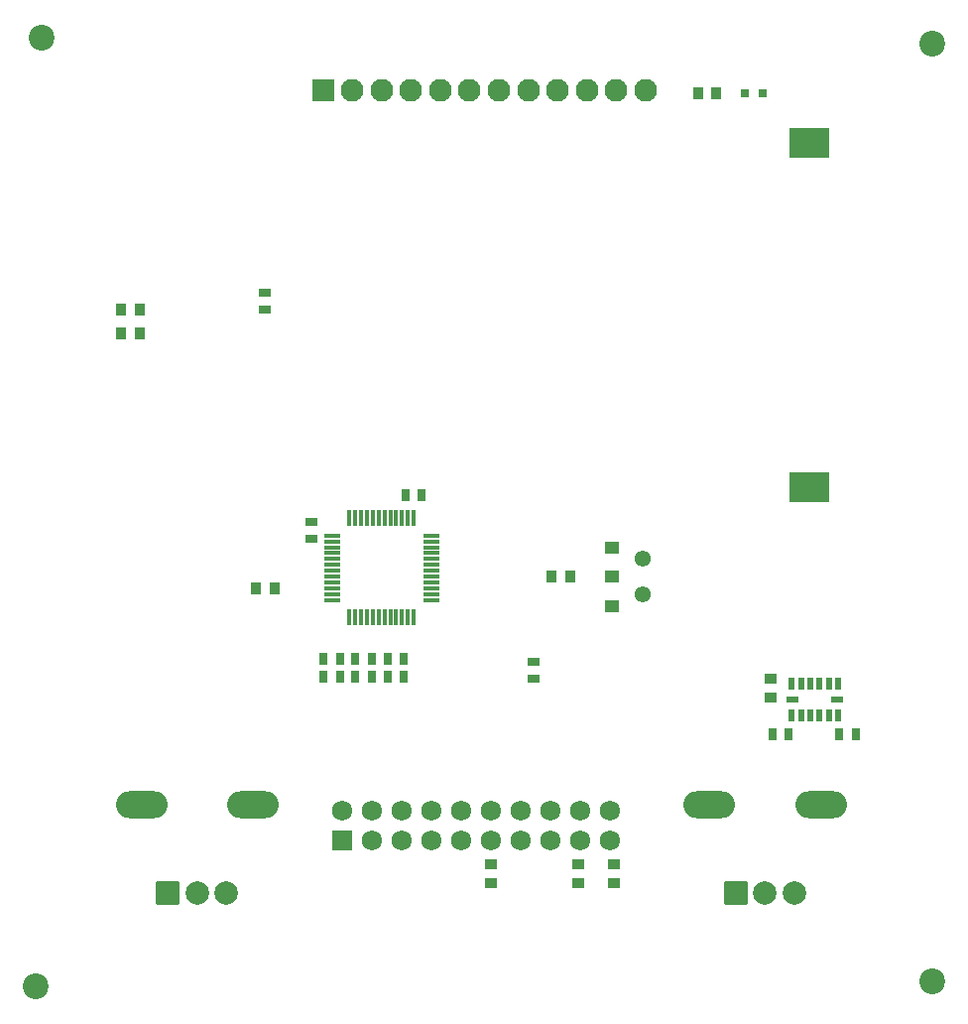
<source format=gbr>
%TF.GenerationSoftware,KiCad,Pcbnew,9.0.6-1.fc43*%
%TF.CreationDate,2025-12-20T07:51:11-05:00*%
%TF.ProjectId,electrical,656c6563-7472-4696-9361-6c2e6b696361,rev?*%
%TF.SameCoordinates,Original*%
%TF.FileFunction,Soldermask,Bot*%
%TF.FilePolarity,Negative*%
%FSLAX46Y46*%
G04 Gerber Fmt 4.6, Leading zero omitted, Abs format (unit mm)*
G04 Created by KiCad (PCBNEW 9.0.6-1.fc43) date 2025-12-20 07:51:11*
%MOMM*%
%LPD*%
G01*
G04 APERTURE LIST*
G04 Aperture macros list*
%AMRoundRect*
0 Rectangle with rounded corners*
0 $1 Rounding radius*
0 $2 $3 $4 $5 $6 $7 $8 $9 X,Y pos of 4 corners*
0 Add a 4 corners polygon primitive as box body*
4,1,4,$2,$3,$4,$5,$6,$7,$8,$9,$2,$3,0*
0 Add four circle primitives for the rounded corners*
1,1,$1+$1,$2,$3*
1,1,$1+$1,$4,$5*
1,1,$1+$1,$6,$7*
1,1,$1+$1,$8,$9*
0 Add four rect primitives between the rounded corners*
20,1,$1+$1,$2,$3,$4,$5,0*
20,1,$1+$1,$4,$5,$6,$7,0*
20,1,$1+$1,$6,$7,$8,$9,0*
20,1,$1+$1,$8,$9,$2,$3,0*%
G04 Aperture macros list end*
%ADD10R,1.725000X1.725000*%
%ADD11C,1.725000*%
%ADD12RoundRect,0.102000X-0.900000X-0.900000X0.900000X-0.900000X0.900000X0.900000X-0.900000X0.900000X0*%
%ADD13C,2.004000*%
%ADD14O,4.404000X2.304000*%
%ADD15C,2.200000*%
%ADD16R,1.200000X1.000000*%
%ADD17C,1.381000*%
%ADD18R,0.900000X1.000000*%
%ADD19R,0.780000X0.990000*%
%ADD20R,0.508000X1.117600*%
%ADD21R,1.117600X0.508000*%
%ADD22R,1.000000X0.900000*%
%ADD23R,0.990000X0.780000*%
%ADD24R,3.500000X2.600000*%
%ADD25R,1.950000X1.950000*%
%ADD26C,1.950000*%
%ADD27R,1.475000X0.300000*%
%ADD28R,0.300000X1.475000*%
%ADD29R,0.800000X0.800000*%
G04 APERTURE END LIST*
D10*
%TO.C,J1*%
X143180000Y-129500000D03*
D11*
X143180000Y-126960000D03*
X145720000Y-129500000D03*
X145720000Y-126960000D03*
X148260000Y-129500000D03*
X148260000Y-126960000D03*
X150800000Y-129500000D03*
X150800000Y-126960000D03*
X153340000Y-129500000D03*
X153340000Y-126960000D03*
X155880000Y-129500000D03*
X155880000Y-126960000D03*
X158420000Y-129500000D03*
X158420000Y-126960000D03*
X160960000Y-129500000D03*
X160960000Y-126960000D03*
X163500000Y-129500000D03*
X163500000Y-126960000D03*
X166040000Y-129500000D03*
X166040000Y-126960000D03*
%TD*%
D12*
%TO.C,RV1*%
X128250000Y-133975000D03*
D13*
X130750000Y-133975000D03*
X133250000Y-133975000D03*
D14*
X126000000Y-126475000D03*
X135500000Y-126475000D03*
%TD*%
D12*
%TO.C,RV2*%
X176750000Y-134000000D03*
D13*
X179250000Y-134000000D03*
X181750000Y-134000000D03*
D14*
X174500000Y-126500000D03*
X184000000Y-126500000D03*
%TD*%
D15*
%TO.C,H3*%
X193500000Y-61500000D03*
%TD*%
%TO.C,H4*%
X193500000Y-141500000D03*
%TD*%
%TO.C,H1*%
X117500000Y-61000000D03*
%TD*%
%TO.C,H2*%
X117000000Y-142000000D03*
%TD*%
D16*
%TO.C,SW2*%
X166200000Y-104500000D03*
X166200000Y-107000000D03*
X166200000Y-109500000D03*
D17*
X168800000Y-105500000D03*
X168800000Y-108500000D03*
%TD*%
D18*
%TO.C,R1*%
X173500000Y-65750000D03*
X175100000Y-65750000D03*
%TD*%
D19*
%TO.C,C7*%
X145650000Y-114012000D03*
X144250000Y-114012000D03*
%TD*%
D20*
%TO.C,IC3*%
X185506600Y-118871600D03*
X184693800Y-118871600D03*
X183906400Y-118871600D03*
X183093600Y-118871600D03*
X182306200Y-118871600D03*
X181493400Y-118871600D03*
D21*
X181620400Y-117500000D03*
D20*
X181493400Y-116128400D03*
X182306200Y-116128400D03*
X183093600Y-116128400D03*
X183906400Y-116128400D03*
X184693800Y-116128400D03*
X185506600Y-116128400D03*
D21*
X185379600Y-117500000D03*
%TD*%
D22*
%TO.C,R2*%
X166300000Y-131540000D03*
X166300000Y-133140000D03*
%TD*%
D19*
%TO.C,C5*%
X148400000Y-114012000D03*
X147000000Y-114012000D03*
%TD*%
D22*
%TO.C,R3*%
X163300000Y-133140000D03*
X163300000Y-131540000D03*
%TD*%
D23*
%TO.C,C2*%
X140500000Y-103750000D03*
X140500000Y-102350000D03*
%TD*%
D24*
%TO.C,BT2*%
X183000000Y-70000000D03*
X183000000Y-99400000D03*
%TD*%
D19*
%TO.C,C3*%
X148550000Y-100012000D03*
X149950000Y-100012000D03*
%TD*%
D23*
%TO.C,C21*%
X136500000Y-84200000D03*
X136500000Y-82800000D03*
%TD*%
D19*
%TO.C,C4*%
X141550000Y-115512000D03*
X142950000Y-115512000D03*
%TD*%
%TO.C,C8*%
X144250000Y-115512000D03*
X145650000Y-115512000D03*
%TD*%
D18*
%TO.C,R5*%
X161000000Y-107000000D03*
X162600000Y-107000000D03*
%TD*%
D22*
%TO.C,R4*%
X155800000Y-133140000D03*
X155800000Y-131540000D03*
%TD*%
%TO.C,R9*%
X179750000Y-115700000D03*
X179750000Y-117300000D03*
%TD*%
D23*
%TO.C,C9*%
X159500000Y-114300000D03*
X159500000Y-115700000D03*
%TD*%
D18*
%TO.C,R10*%
X125850000Y-84250000D03*
X124250000Y-84250000D03*
%TD*%
D19*
%TO.C,C11*%
X187000000Y-120500000D03*
X185600000Y-120500000D03*
%TD*%
%TO.C,C10*%
X181250000Y-120500000D03*
X179850000Y-120500000D03*
%TD*%
D25*
%TO.C,IC2*%
X141520000Y-65530000D03*
D26*
X144020000Y-65530000D03*
X146520000Y-65530000D03*
X149020000Y-65530000D03*
X151520000Y-65530000D03*
X154020000Y-65530000D03*
X156520000Y-65530000D03*
X159020000Y-65530000D03*
X161520000Y-65530000D03*
X164020000Y-65530000D03*
X166520000Y-65530000D03*
X169020000Y-65530000D03*
%TD*%
D18*
%TO.C,R11*%
X125850000Y-86250000D03*
X124250000Y-86250000D03*
%TD*%
D27*
%TO.C,IC1*%
X150738000Y-103500000D03*
X150738000Y-104000000D03*
X150738000Y-104500000D03*
X150738000Y-105000000D03*
X150738000Y-105500000D03*
X150738000Y-106000000D03*
X150738000Y-106500000D03*
X150738000Y-107000000D03*
X150738000Y-107500000D03*
X150738000Y-108000000D03*
X150738000Y-108500000D03*
X150738000Y-109000000D03*
D28*
X149250000Y-110488000D03*
X148750000Y-110488000D03*
X148250000Y-110488000D03*
X147750000Y-110488000D03*
X147250000Y-110488000D03*
X146750000Y-110488000D03*
X146250000Y-110488000D03*
X145750000Y-110488000D03*
X145250000Y-110488000D03*
X144750000Y-110488000D03*
X144250000Y-110488000D03*
X143750000Y-110488000D03*
D27*
X142262000Y-109000000D03*
X142262000Y-108500000D03*
X142262000Y-108000000D03*
X142262000Y-107500000D03*
X142262000Y-107000000D03*
X142262000Y-106500000D03*
X142262000Y-106000000D03*
X142262000Y-105500000D03*
X142262000Y-105000000D03*
X142262000Y-104500000D03*
X142262000Y-104000000D03*
X142262000Y-103500000D03*
D28*
X143750000Y-102012000D03*
X144250000Y-102012000D03*
X144750000Y-102012000D03*
X145250000Y-102012000D03*
X145750000Y-102012000D03*
X146250000Y-102012000D03*
X146750000Y-102012000D03*
X147250000Y-102012000D03*
X147750000Y-102012000D03*
X148250000Y-102012000D03*
X148750000Y-102012000D03*
X149250000Y-102012000D03*
%TD*%
D19*
%TO.C,C1*%
X142950000Y-114012000D03*
X141550000Y-114012000D03*
%TD*%
D18*
%TO.C,R7*%
X135750000Y-108000000D03*
X137350000Y-108000000D03*
%TD*%
D29*
%TO.C,D1*%
X177550000Y-65750000D03*
X179050000Y-65750000D03*
%TD*%
D19*
%TO.C,C6*%
X147000000Y-115512000D03*
X148400000Y-115512000D03*
%TD*%
M02*

</source>
